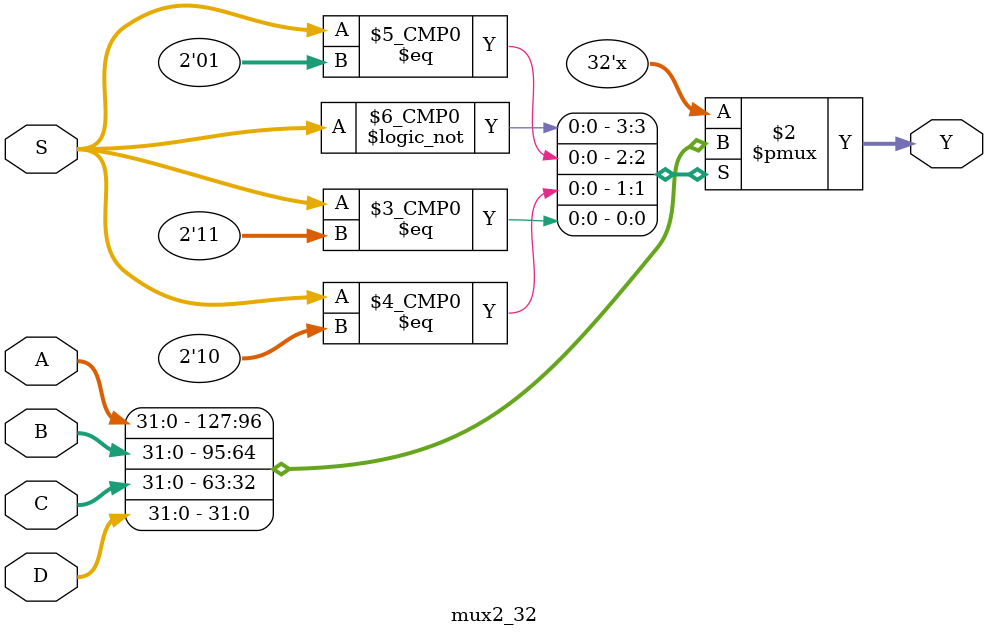
<source format=v>
module mux2_32 (
    input [31:0] A, B, C, D,
    input [1:0] S,
    output reg [31:0] Y
);

always @* begin
    case (S)
        2'b00: Y = A;
        2'b01: Y = B;
        2'b10: Y = C;
        2'b11: Y = D;
        default: Y = 32'hxxxx_xxxx; // Valor padrão em caso de seleção inválida
    endcase
end

endmodule
//2 bit seletor
</source>
